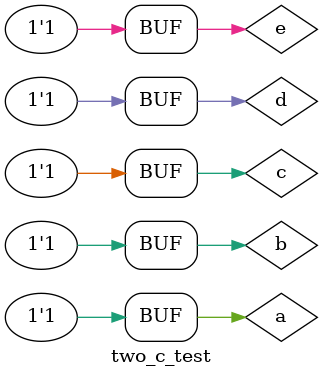
<source format=v>
`timescale 1ns / 1ps


module two_c_test;

	// Inputs
	reg a;
	reg b;
	reg c;
	reg d;
	reg e;

	// Outputs
	wire y;

	// Instantiate the Unit Under Test (UUT)
	two_c uut (
		.a(a), 
		.b(b), 
		.c(c), 
		.d(d), 
		.e(e), 
		.y(y)
	);

	initial begin
		// Initialize Inputs
		a = 0;
		b = 0;
		c = 0;
		d = 0;
		e = 0;

		// Wait 10 ns for global reset to finish
		#10;
        repeat(31)
		  begin
		  #10;
		  a = a^(b&c&d&e);
		  b = b^(c&d&e);
		  c = c^(d&e);
		  d = d^(e);
		  e = e^1;
		  end
		// Add stimulus here

	end
      
endmodule


</source>
